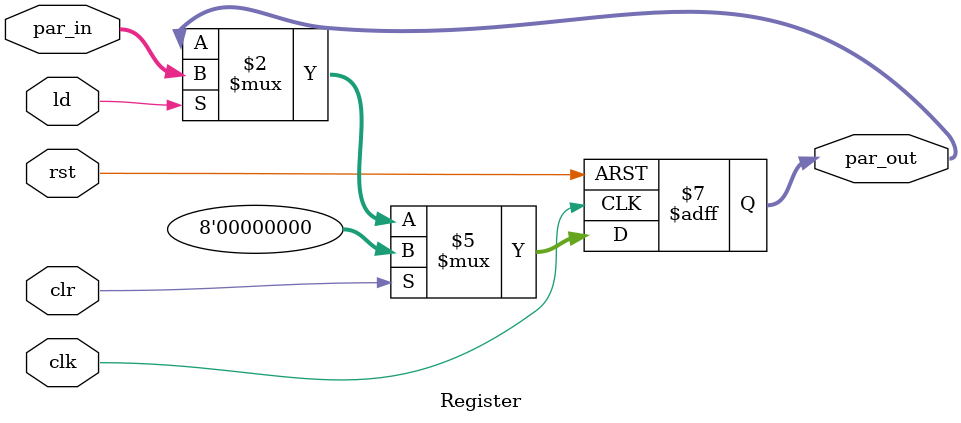
<source format=v>
module Register #(
	parameter WIDTH = 8
) 
(
	input clk,
	input rst,
	input ld,
	input clr,
	input [WIDTH - 1:0] par_in,
	output reg [WIDTH - 1 :0] par_out
);

always @(posedge clk or posedge rst) begin
	if (rst) begin
		par_out <= 0;
	end else begin
		if (clr) begin
			par_out <= 0;
		end else if (ld) begin
			par_out <= par_in;
		end
	end
end
endmodule
</source>
